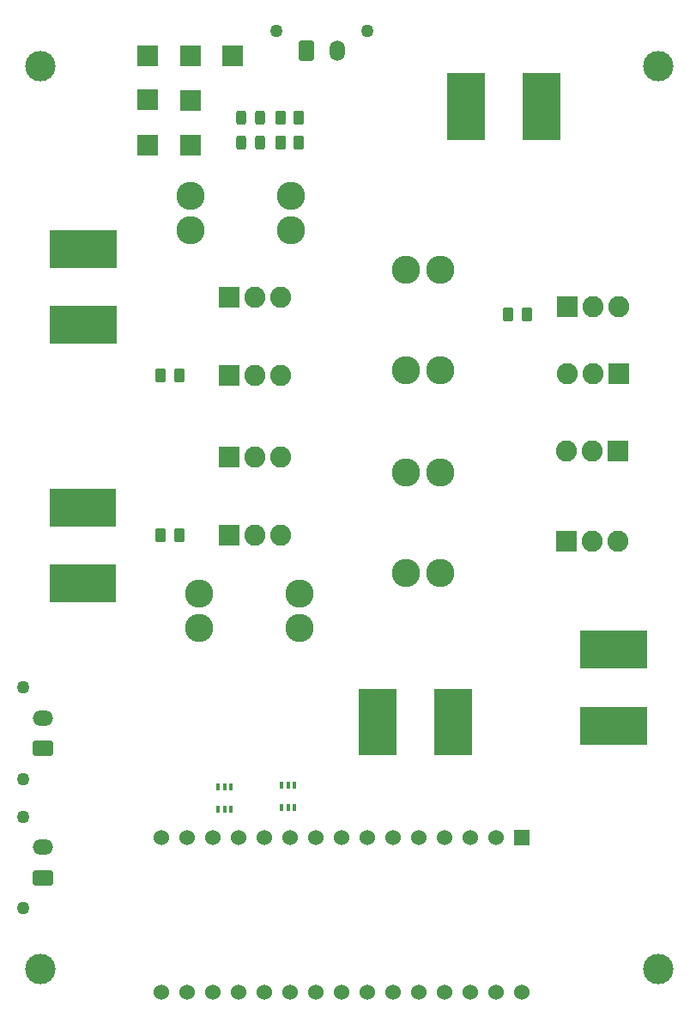
<source format=gts>
G04 #@! TF.GenerationSoftware,KiCad,Pcbnew,8.0.1*
G04 #@! TF.CreationDate,2024-04-15T13:35:02-05:00*
G04 #@! TF.ProjectId,Power-Secondary,506f7765-722d-4536-9563-6f6e64617279,rev?*
G04 #@! TF.SameCoordinates,Original*
G04 #@! TF.FileFunction,Soldermask,Top*
G04 #@! TF.FilePolarity,Negative*
%FSLAX46Y46*%
G04 Gerber Fmt 4.6, Leading zero omitted, Abs format (unit mm)*
G04 Created by KiCad (PCBNEW 8.0.1) date 2024-04-15 13:35:02*
%MOMM*%
%LPD*%
G01*
G04 APERTURE LIST*
G04 Aperture macros list*
%AMRoundRect*
0 Rectangle with rounded corners*
0 $1 Rounding radius*
0 $2 $3 $4 $5 $6 $7 $8 $9 X,Y pos of 4 corners*
0 Add a 4 corners polygon primitive as box body*
4,1,4,$2,$3,$4,$5,$6,$7,$8,$9,$2,$3,0*
0 Add four circle primitives for the rounded corners*
1,1,$1+$1,$2,$3*
1,1,$1+$1,$4,$5*
1,1,$1+$1,$6,$7*
1,1,$1+$1,$8,$9*
0 Add four rect primitives between the rounded corners*
20,1,$1+$1,$2,$3,$4,$5,0*
20,1,$1+$1,$4,$5,$6,$7,0*
20,1,$1+$1,$6,$7,$8,$9,0*
20,1,$1+$1,$8,$9,$2,$3,0*%
G04 Aperture macros list end*
%ADD10R,3.430000X3.780000*%
%ADD11C,3.000000*%
%ADD12R,0.400000X0.750000*%
%ADD13R,2.085000X2.085000*%
%ADD14C,2.085000*%
%ADD15R,2.000000X2.000000*%
%ADD16RoundRect,0.243750X-0.243750X-0.456250X0.243750X-0.456250X0.243750X0.456250X-0.243750X0.456250X0*%
%ADD17R,3.780000X3.430000*%
%ADD18RoundRect,0.250000X0.262500X0.450000X-0.262500X0.450000X-0.262500X-0.450000X0.262500X-0.450000X0*%
%ADD19C,2.780000*%
%ADD20C,1.270000*%
%ADD21RoundRect,0.250001X0.759999X-0.499999X0.759999X0.499999X-0.759999X0.499999X-0.759999X-0.499999X0*%
%ADD22O,2.020000X1.500000*%
%ADD23R,1.524000X1.524000*%
%ADD24C,1.524000*%
%ADD25RoundRect,0.250000X-0.262500X-0.450000X0.262500X-0.450000X0.262500X0.450000X-0.262500X0.450000X0*%
%ADD26RoundRect,0.250001X-0.499999X-0.759999X0.499999X-0.759999X0.499999X0.759999X-0.499999X0.759999X0*%
%ADD27O,1.500000X2.020000*%
G04 APERTURE END LIST*
D10*
X213180000Y-86000000D03*
X210000000Y-86000000D03*
X213180000Y-93490000D03*
X210000000Y-93490000D03*
D11*
X216000000Y-117500000D03*
X155000000Y-28500000D03*
D12*
X180100000Y-99400000D03*
X179450000Y-99400000D03*
X178800000Y-99400000D03*
X178800000Y-101600000D03*
X179450000Y-101600000D03*
X180100000Y-101600000D03*
D13*
X173670000Y-51250000D03*
D14*
X176210000Y-51250000D03*
X178750000Y-51250000D03*
D15*
X165600000Y-31800000D03*
D10*
X157630000Y-79495000D03*
X160810000Y-79495000D03*
X157630000Y-72005000D03*
X160810000Y-72005000D03*
D13*
X173670000Y-74750000D03*
D14*
X176210000Y-74750000D03*
X178750000Y-74750000D03*
D11*
X155000000Y-117500000D03*
D16*
X174802500Y-33600000D03*
X176677500Y-33600000D03*
D17*
X195750000Y-94740000D03*
X195750000Y-91560000D03*
X188260000Y-94740000D03*
X188260000Y-91560000D03*
D13*
X206920000Y-75345000D03*
D14*
X209460000Y-75345000D03*
X212000000Y-75345000D03*
D18*
X180512500Y-36000000D03*
X178687500Y-36000000D03*
X180525000Y-33600000D03*
X178700000Y-33600000D03*
D19*
X191090000Y-58460000D03*
X194490000Y-58460000D03*
X191090000Y-48540000D03*
X194490000Y-48540000D03*
D15*
X169800000Y-36300000D03*
D20*
X153290000Y-111500000D03*
X153290000Y-102500000D03*
D21*
X155250000Y-108500000D03*
D22*
X155250000Y-105500000D03*
D11*
X216000000Y-28500000D03*
D10*
X157635000Y-54000000D03*
X160815000Y-54000000D03*
X157635000Y-46510000D03*
X160815000Y-46510000D03*
D15*
X169800000Y-31900000D03*
D19*
X170640000Y-80500000D03*
X170640000Y-83900000D03*
X180560000Y-80500000D03*
X180560000Y-83900000D03*
D23*
X202540000Y-104500000D03*
D24*
X200000000Y-104500000D03*
X197460000Y-104500000D03*
X194920000Y-104500000D03*
X192380000Y-104500000D03*
X189840000Y-104500000D03*
X187300000Y-104500000D03*
X184760000Y-104500000D03*
X182220000Y-104500000D03*
X179680000Y-104500000D03*
X177140000Y-104500000D03*
X174600000Y-104500000D03*
X172060000Y-104500000D03*
X169520000Y-104500000D03*
X166980000Y-104500000D03*
X166980000Y-119740000D03*
X169520000Y-119740000D03*
X172060000Y-119740000D03*
X174600000Y-119740000D03*
X177140000Y-119740000D03*
X179680000Y-119740000D03*
X182220000Y-119740000D03*
X184760000Y-119740000D03*
X187300000Y-119740000D03*
X189840000Y-119740000D03*
X192380000Y-119740000D03*
X194920000Y-119740000D03*
X197460000Y-119740000D03*
X200000000Y-119740000D03*
X202540000Y-119740000D03*
D25*
X166887500Y-59000000D03*
X168712500Y-59000000D03*
D17*
X197005000Y-30880000D03*
X197005000Y-34060000D03*
X204495000Y-30880000D03*
X204495000Y-34060000D03*
D13*
X173670000Y-59000000D03*
D14*
X176210000Y-59000000D03*
X178750000Y-59000000D03*
D16*
X174790000Y-35995000D03*
X176665000Y-35995000D03*
D13*
X212040000Y-58805000D03*
D14*
X209500000Y-58805000D03*
X206960000Y-58805000D03*
D25*
X201175000Y-53000000D03*
X203000000Y-53000000D03*
D13*
X173670000Y-67000000D03*
D14*
X176210000Y-67000000D03*
X178750000Y-67000000D03*
D13*
X206960000Y-52250000D03*
D14*
X209500000Y-52250000D03*
X212040000Y-52250000D03*
D20*
X153290000Y-98750000D03*
X153290000Y-89750000D03*
D21*
X155250000Y-95750000D03*
D22*
X155250000Y-92750000D03*
D25*
X166875000Y-74700000D03*
X168700000Y-74700000D03*
D15*
X165600000Y-36250000D03*
X165600000Y-27450000D03*
D19*
X169790000Y-41300000D03*
X169790000Y-44700000D03*
X179710000Y-41300000D03*
X179710000Y-44700000D03*
D15*
X174000000Y-27500000D03*
D19*
X194450000Y-68540000D03*
X191050000Y-68540000D03*
X194450000Y-78460000D03*
X191050000Y-78460000D03*
D12*
X173850000Y-99500000D03*
X173200000Y-99500000D03*
X172550000Y-99500000D03*
X172550000Y-101700000D03*
X173200000Y-101700000D03*
X173850000Y-101700000D03*
D13*
X212000000Y-66405000D03*
D14*
X209460000Y-66405000D03*
X206920000Y-66405000D03*
D20*
X178300000Y-25040000D03*
X187300000Y-25040000D03*
D26*
X181300000Y-27000000D03*
D27*
X184300000Y-27000000D03*
D15*
X169800000Y-27500000D03*
M02*

</source>
